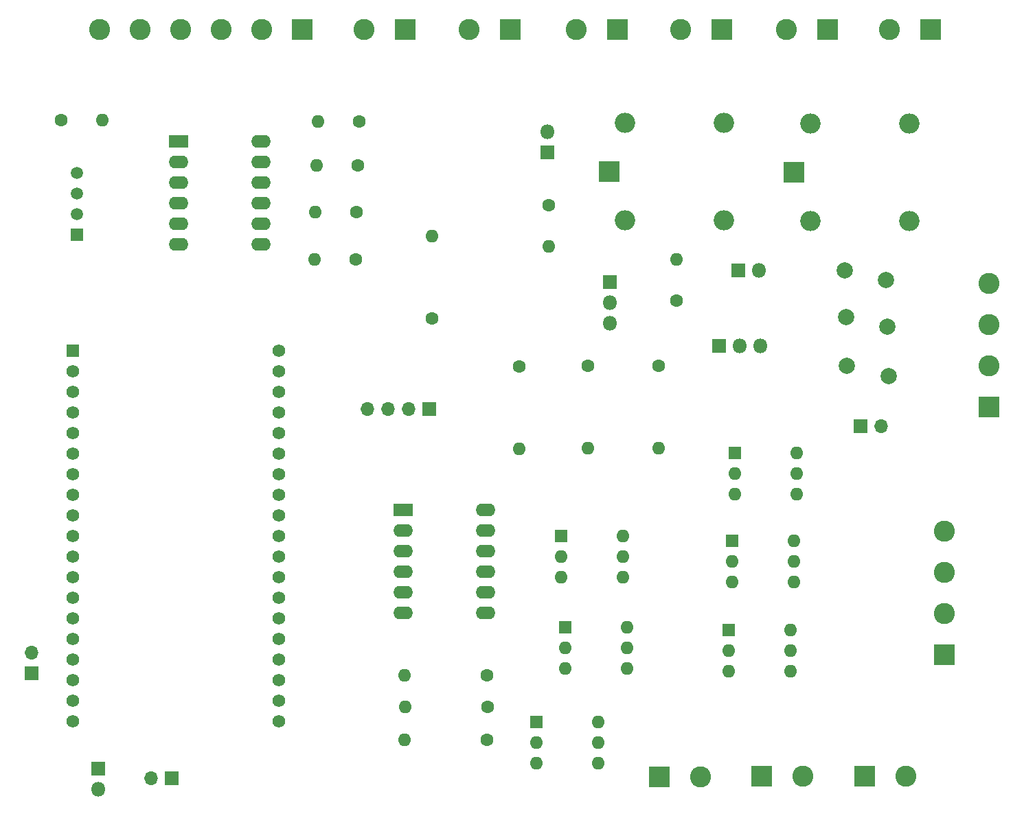
<source format=gbr>
%TF.GenerationSoftware,KiCad,Pcbnew,(5.1.9)-1*%
%TF.CreationDate,2021-11-17T10:25:35-03:00*%
%TF.ProjectId,MODULO-IoT,4d4f4455-4c4f-42d4-996f-542e6b696361,rev?*%
%TF.SameCoordinates,Original*%
%TF.FileFunction,Soldermask,Top*%
%TF.FilePolarity,Negative*%
%FSLAX46Y46*%
G04 Gerber Fmt 4.6, Leading zero omitted, Abs format (unit mm)*
G04 Created by KiCad (PCBNEW (5.1.9)-1) date 2021-11-17 10:25:35*
%MOMM*%
%LPD*%
G01*
G04 APERTURE LIST*
%ADD10O,1.700000X1.700000*%
%ADD11R,1.700000X1.700000*%
%ADD12O,1.800000X1.800000*%
%ADD13R,1.800000X1.800000*%
%ADD14C,2.600000*%
%ADD15R,2.600000X2.600000*%
%ADD16O,2.500000X2.500000*%
%ADD17R,2.500000X2.500000*%
%ADD18O,1.600000X1.600000*%
%ADD19C,1.600000*%
%ADD20R,1.600000X1.600000*%
%ADD21R,1.500000X1.500000*%
%ADD22C,1.500000*%
%ADD23R,1.560000X1.560000*%
%ADD24C,1.560000*%
%ADD25R,2.400000X1.600000*%
%ADD26O,2.400000X1.600000*%
%ADD27C,2.010000*%
G04 APERTURE END LIST*
D10*
%TO.C,J4*%
X86055200Y-127762000D03*
D11*
X86055200Y-130302000D03*
%TD*%
D12*
%TO.C,D3*%
X94335600Y-144576800D03*
D13*
X94335600Y-142036800D03*
%TD*%
D14*
%TO.C,J10*%
X168554400Y-143052800D03*
D15*
X163474400Y-143052800D03*
%TD*%
D14*
%TO.C,J9*%
X181203600Y-143002000D03*
D15*
X176123600Y-143002000D03*
%TD*%
D14*
%TO.C,J8*%
X193903600Y-143002000D03*
D15*
X188823600Y-143002000D03*
%TD*%
D16*
%TO.C,K3*%
X182086000Y-62427600D03*
X194286000Y-62427600D03*
X194286000Y-74427600D03*
X182086000Y-74427600D03*
D17*
X180086000Y-68427600D03*
%TD*%
D18*
%TO.C,R7*%
X135432800Y-76352400D03*
D19*
X135432800Y-86512400D03*
%TD*%
D14*
%TO.C,J12*%
X127050800Y-50850000D03*
D15*
X132130800Y-50850000D03*
%TD*%
D16*
%TO.C,K2*%
X159276800Y-62376800D03*
X171476800Y-62376800D03*
X171476800Y-74376800D03*
X159276800Y-74376800D03*
D17*
X157276800Y-68376800D03*
%TD*%
D14*
%TO.C,J16*%
X179120800Y-50850000D03*
D15*
X184200800Y-50850000D03*
%TD*%
D18*
%TO.C,U7*%
X159461200Y-124561600D03*
X151841200Y-129641600D03*
X159461200Y-127101600D03*
X151841200Y-127101600D03*
X159461200Y-129641600D03*
D20*
X151841200Y-124561600D03*
%TD*%
D13*
%TO.C,D1*%
X173228000Y-80568800D03*
D12*
X175768000Y-80568800D03*
%TD*%
%TO.C,D2*%
X149707600Y-63449200D03*
D13*
X149707600Y-65989200D03*
%TD*%
D15*
%TO.C,J1*%
X204114400Y-97383600D03*
D14*
X204114400Y-92303600D03*
X204114400Y-87223600D03*
X204114400Y-82143600D03*
%TD*%
D10*
%TO.C,J2*%
X190855600Y-99822000D03*
D11*
X188315600Y-99822000D03*
%TD*%
D14*
%TO.C,J5*%
X198577200Y-112725200D03*
X198577200Y-117805200D03*
X198577200Y-122885200D03*
D15*
X198577200Y-127965200D03*
%TD*%
%TO.C,J17*%
X196900800Y-50850000D03*
D14*
X191820800Y-50850000D03*
%TD*%
D11*
%TO.C,J7*%
X135128000Y-97637600D03*
D10*
X132588000Y-97637600D03*
X130048000Y-97637600D03*
X127508000Y-97637600D03*
%TD*%
D18*
%TO.C,R1*%
X132029200Y-138480800D03*
D19*
X142189200Y-138480800D03*
%TD*%
%TO.C,R2*%
X142290800Y-134416800D03*
D18*
X132130800Y-134416800D03*
%TD*%
%TO.C,R3*%
X132080000Y-130505200D03*
D19*
X142240000Y-130505200D03*
%TD*%
%TO.C,R5*%
X146202400Y-92405200D03*
D18*
X146202400Y-102565200D03*
%TD*%
D19*
%TO.C,R6*%
X154686000Y-92303600D03*
D18*
X154686000Y-102463600D03*
%TD*%
D19*
%TO.C,R8*%
X163372800Y-92303600D03*
D18*
X163372800Y-102463600D03*
%TD*%
D21*
%TO.C,Interno*%
X91694000Y-76149200D03*
D22*
X91694000Y-73609200D03*
X91694000Y-71069200D03*
X91694000Y-68529200D03*
%TD*%
D23*
%TO.C,U1*%
X91186000Y-90476000D03*
D24*
X91186000Y-93016000D03*
X91186000Y-136196000D03*
X91186000Y-95556000D03*
X91186000Y-98096000D03*
X91186000Y-100636000D03*
X91186000Y-103176000D03*
X91186000Y-105716000D03*
X91186000Y-108256000D03*
X91186000Y-110796000D03*
X91186000Y-113336000D03*
X91186000Y-115876000D03*
X91186000Y-118416000D03*
X91186000Y-120956000D03*
X91186000Y-123496000D03*
X91186000Y-126036000D03*
X91186000Y-128576000D03*
X91186000Y-131116000D03*
X91186000Y-133656000D03*
X116586000Y-90476000D03*
X116586000Y-93016000D03*
X116586000Y-95556000D03*
X116586000Y-98096000D03*
X116586000Y-100636000D03*
X116586000Y-103176000D03*
X116586000Y-105716000D03*
X116586000Y-108256000D03*
X116586000Y-110796000D03*
X116586000Y-113336000D03*
X116586000Y-115876000D03*
X116586000Y-118416000D03*
X116586000Y-120956000D03*
X116586000Y-123496000D03*
X116586000Y-126036000D03*
X116586000Y-128576000D03*
X116586000Y-131116000D03*
X116586000Y-133656000D03*
X116586000Y-136196000D03*
%TD*%
D25*
%TO.C,U2*%
X131876800Y-110083600D03*
D26*
X142036800Y-122783600D03*
X131876800Y-112623600D03*
X142036800Y-120243600D03*
X131876800Y-115163600D03*
X142036800Y-117703600D03*
X131876800Y-117703600D03*
X142036800Y-115163600D03*
X131876800Y-120243600D03*
X142036800Y-112623600D03*
X131876800Y-122783600D03*
X142036800Y-110083600D03*
%TD*%
D18*
%TO.C,U3*%
X180390800Y-103124000D03*
X172770800Y-108204000D03*
X180390800Y-105664000D03*
X172770800Y-105664000D03*
X180390800Y-108204000D03*
D20*
X172770800Y-103124000D03*
%TD*%
%TO.C,U4*%
X172466000Y-113944400D03*
D18*
X180086000Y-119024400D03*
X172466000Y-116484400D03*
X180086000Y-116484400D03*
X172466000Y-119024400D03*
X180086000Y-113944400D03*
%TD*%
%TO.C,U5*%
X179679600Y-124917200D03*
X172059600Y-129997200D03*
X179679600Y-127457200D03*
X172059600Y-127457200D03*
X179679600Y-129997200D03*
D20*
X172059600Y-124917200D03*
%TD*%
%TO.C,U6*%
X151384000Y-113334800D03*
D18*
X159004000Y-118414800D03*
X151384000Y-115874800D03*
X159004000Y-115874800D03*
X151384000Y-118414800D03*
X159004000Y-113334800D03*
%TD*%
D20*
%TO.C,U8*%
X148336000Y-136296400D03*
D18*
X155956000Y-141376400D03*
X148336000Y-138836400D03*
X155956000Y-138836400D03*
X148336000Y-141376400D03*
X155956000Y-136296400D03*
%TD*%
D27*
%TO.C,F1*%
X191414400Y-81737200D03*
X186314400Y-80537200D03*
%TD*%
%TO.C,F2*%
X186517600Y-86328400D03*
X191617600Y-87528400D03*
%TD*%
%TO.C,F3*%
X191719200Y-93573600D03*
X186619200Y-92373600D03*
%TD*%
D25*
%TO.C,U9*%
X104241600Y-64617600D03*
D26*
X114401600Y-77317600D03*
X104241600Y-67157600D03*
X114401600Y-74777600D03*
X104241600Y-69697600D03*
X114401600Y-72237600D03*
X104241600Y-72237600D03*
X114401600Y-69697600D03*
X104241600Y-74777600D03*
X114401600Y-67157600D03*
X104241600Y-77317600D03*
X114401600Y-64617600D03*
%TD*%
D11*
%TO.C,J3*%
X103378000Y-143205200D03*
D10*
X100838000Y-143205200D03*
%TD*%
D12*
%TO.C,Q1*%
X157378400Y-87122000D03*
X157378400Y-84582000D03*
D13*
X157378400Y-82042000D03*
%TD*%
%TO.C,Q3*%
X170840400Y-89865200D03*
D12*
X173380400Y-89865200D03*
X175920400Y-89865200D03*
%TD*%
D15*
%TO.C,J13*%
X145135600Y-50850000D03*
D14*
X140055600Y-50850000D03*
%TD*%
%TO.C,J14*%
X153263600Y-50850000D03*
D15*
X158343600Y-50850000D03*
%TD*%
%TO.C,J15*%
X171145200Y-50850000D03*
D14*
X166065200Y-50850000D03*
%TD*%
D15*
%TO.C,J11*%
X119481600Y-50850000D03*
D14*
X114481600Y-50850000D03*
X109481600Y-50850000D03*
X104481600Y-50850000D03*
X99481600Y-50850000D03*
X94481600Y-50850000D03*
%TD*%
D19*
%TO.C,R4*%
X89712800Y-62026800D03*
D18*
X94792800Y-62026800D03*
%TD*%
%TO.C,R9*%
X121361200Y-62179200D03*
D19*
X126441200Y-62179200D03*
%TD*%
%TO.C,R10*%
X126288800Y-67614800D03*
D18*
X121208800Y-67614800D03*
%TD*%
%TO.C,R11*%
X121005600Y-79248000D03*
D19*
X126085600Y-79248000D03*
%TD*%
%TO.C,R12*%
X126136400Y-73406000D03*
D18*
X121056400Y-73406000D03*
%TD*%
D19*
%TO.C,R14*%
X149809200Y-72542400D03*
D18*
X149809200Y-77622400D03*
%TD*%
%TO.C,R15*%
X165557200Y-79197200D03*
D19*
X165557200Y-84277200D03*
%TD*%
M02*

</source>
